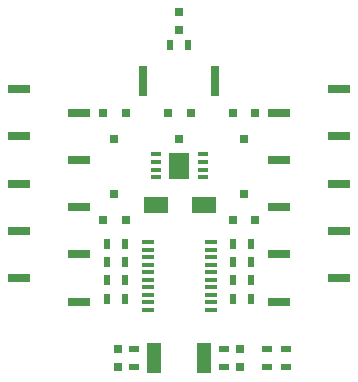
<source format=gtp>
%FSLAX34Y34*%
G04 Gerber Fmt 3.4, Leading zero omitted, Abs format*
G04 (created by PCBNEW (2013-12-14 BZR 4555)-product) date Wed 05 Mar 2014 15:38:07 EST*
%MOIN*%
G01*
G70*
G90*
G04 APERTURE LIST*
%ADD10C,0.005906*%
%ADD11R,0.047244X0.100787*%
%ADD12R,0.020000X0.036000*%
%ADD13R,0.036000X0.020000*%
%ADD14R,0.078740X0.053543*%
%ADD15R,0.072126X0.028031*%
%ADD16R,0.025197X0.025197*%
%ADD17R,0.025200X0.031520*%
%ADD18R,0.031496X0.100787*%
%ADD19R,0.040000X0.012800*%
%ADD20R,0.036800X0.013200*%
%ADD21R,0.065600X0.088000*%
G04 APERTURE END LIST*
G54D10*
G54D11*
X6795Y5645D03*
X5141Y5645D03*
G54D12*
X7770Y8838D03*
X8370Y8838D03*
X4166Y8838D03*
X3566Y8838D03*
X3566Y9448D03*
X4166Y9448D03*
X8370Y7618D03*
X7770Y7618D03*
X3566Y7618D03*
X4166Y7618D03*
G54D13*
X7444Y5945D03*
X7444Y5345D03*
X4472Y5945D03*
X4472Y5345D03*
G54D12*
X4166Y8228D03*
X3566Y8228D03*
X7770Y8228D03*
X8370Y8228D03*
X6268Y16078D03*
X5668Y16078D03*
G54D14*
X5200Y10744D03*
X6775Y10744D03*
G54D15*
X637Y14600D03*
X2637Y13813D03*
X637Y13025D03*
X2637Y12238D03*
X637Y11451D03*
X2637Y10663D03*
X637Y9876D03*
X2637Y9088D03*
X637Y8301D03*
X2637Y7514D03*
X9300Y7514D03*
X11300Y8301D03*
X9300Y9088D03*
X11300Y9876D03*
X9300Y10663D03*
X11300Y11451D03*
X9300Y12238D03*
X11300Y13025D03*
X9300Y13813D03*
X11300Y14600D03*
G54D16*
X3940Y5350D03*
X3940Y5940D03*
X7996Y5338D03*
X7996Y5929D03*
X5968Y17161D03*
X5968Y16570D03*
G54D13*
X8897Y5345D03*
X8897Y5945D03*
X9537Y5345D03*
X9537Y5945D03*
G54D12*
X8370Y9448D03*
X7770Y9448D03*
G54D17*
X3803Y11098D03*
X4178Y10232D03*
X3428Y10232D03*
X8122Y12948D03*
X7747Y13814D03*
X8497Y13814D03*
X8133Y11098D03*
X8508Y10232D03*
X7758Y10232D03*
X5968Y12948D03*
X5593Y13814D03*
X6343Y13814D03*
X3803Y12948D03*
X3428Y13814D03*
X4178Y13814D03*
G54D18*
X7169Y14858D03*
X4767Y14858D03*
G54D19*
X4918Y9495D03*
X4918Y9245D03*
X4918Y8995D03*
X4918Y8745D03*
X4918Y8495D03*
X4918Y8245D03*
X4918Y7995D03*
X4918Y7745D03*
X4918Y7495D03*
X4918Y7245D03*
X7018Y7245D03*
X7018Y7495D03*
X7018Y7745D03*
X7018Y7995D03*
X7018Y8245D03*
X7018Y8495D03*
X7018Y8745D03*
X7018Y8995D03*
X7018Y9245D03*
X7018Y9495D03*
G54D20*
X5181Y12429D03*
X5181Y12173D03*
X5181Y11913D03*
X5181Y11657D03*
X6755Y11657D03*
X6755Y11913D03*
X6755Y12173D03*
X6755Y12429D03*
G54D21*
X5968Y12043D03*
M02*

</source>
